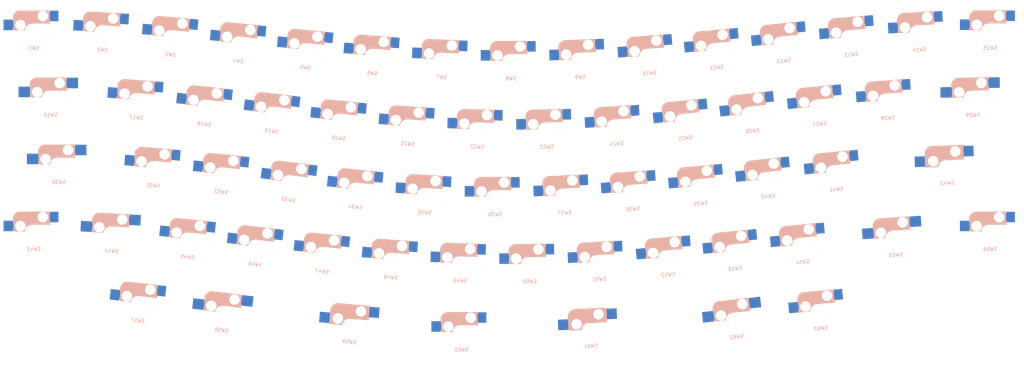
<source format=kicad_pcb>
(kicad_pcb (version 20241229) (generator "pcbnew") (generator_version "9.0")
  (layers (0 "F.Cu" signal) (2 "B.Cu" signal) (13 "F.Paste" user) (15 "B.Paste" user) (5 "F.SilkS" user "F.Silkscreen") (7 "B.SilkS" user "B.Silkscreen") (1 "F.Mask" user) (3 "B.Mask" user) (25 "Edge.Cuts" user))
  (net 0 "")
  (footprint "kbd_SW:CherryMX_Hotswap_1u_Small3" (layer "F.Cu") (at 115.898433 36.755668 -3.745861636)
    (property "Reference" "SW21" (at 0 4 356.2541384) (layer "B.SilkS") (effects (justify mirror)))
    (property "Value" "KEY_SWITCH" (hide yes))
    (pad "" np_thru_hole circle (at -5.08 0.000001 356.2541384) (size 2 2) (drill 2) (layers "*.Cu" "*.Mask" "F.SilkS"))
    (pad "" np_thru_hole circle (at -3.81 -2.54 176.2541384) (size 3 3) (drill 3) (layers "*.Cu" "*.Mask"))
    (pad "" np_thru_hole circle (at 0 0 86.25413836) (size 4 4) (drill 4) (layers "*.Cu" "*.Mask" "F.SilkS"))
    (pad "" np_thru_hole circle (at 2.540001 -5.080001 176.2541384) (size 3 3) (drill 3) (layers "*.Cu" "*.Mask"))
    (pad "" np_thru_hole circle (at 5.08 -0.000001 356.2541384) (size 2 2) (drill 2) (layers "*.Cu" "*.Mask" "F.SilkS"))
    (pad "1" smd rect (at -7 -2.58 176.2541384) (size 2.8 3) (drill (offset 0.2 0)) (layers "B.Cu" "B.Mask" "B.Paste"))
    (pad "2" smd rect (at 5.7 -5.12 176.2541384) (size 2.5 3) (drill (offset -0.05 0)) (layers "B.Cu" "B.Mask" "B.Paste"))
  )
  (footprint "kbd_SW:CherryMX_Hotswap_1u_Small3" (layer "F.Cu") (at 217.56558 51.7 6.392233194)
    (property "Reference" "SW40" (at 0 3.999999 6.392233194) (layer "B.SilkS") (effects (justify mirror)))
    (property "Value" "KEY_SWITCH" (hide yes))
    (pad "" np_thru_hole circle (at -5.080002 0 6.392233194) (size 2 2) (drill 2) (layers "*.Cu" "*.Mask" "F.SilkS"))
    (pad "" np_thru_hole circle (at -3.81 -2.539999 186.3922332) (size 3 3) (drill 3) (layers "*.Cu" "*.Mask"))
    (pad "" np_thru_hole circle (at 0 0 96.39223319) (size 4 4) (drill 4) (layers "*.Cu" "*.Mask" "F.SilkS"))
    (pad "" np_thru_hole circle (at 2.539999 -5.079998 186.3922332) (size 3 3) (drill 3) (layers "*.Cu" "*.Mask"))
    (pad "" np_thru_hole circle (at 5.080002 0 6.392233194) (size 2 2) (drill 2) (layers "*.Cu" "*.Mask" "F.SilkS"))
    (pad "1" smd rect (at -7.000004 -2.580001 186.3922332) (size 2.8 3) (drill (offset 0.2 0)) (layers "B.Cu" "B.Mask" "B.Paste"))
    (pad "2" smd rect (at 5.699998 -5.12 186.3922332) (size 2.5 3) (drill (offset -0.05 0)) (layers "B.Cu" "B.Mask" "B.Paste"))
  )
  (footprint "kbd_SW:CherryMX_Hotswap_1u_Small3" (layer "F.Cu") (at 29.216707 10.047608 -3.040490475)
    (property "Reference" "SW2" (at 0 4 356.9595095) (layer "B.SilkS") (effects (justify mirror)))
    (property "Value" "KEY_SWITCH" (hide yes))
    (pad "" np_thru_hole circle (at -5.079999 0.000001 356.9595095) (size 2 2) (drill 2) (layers "*.Cu" "*.Mask" "F.SilkS"))
    (pad "" np_thru_hole circle (at -3.81 -2.54 176.9595095) (size 3 3) (drill 3) (layers "*.Cu" "*.Mask"))
    (pad "" np_thru_hole circle (at 0 0 86.95950953) (size 4 4) (drill 4) (layers "*.Cu" "*.Mask" "F.SilkS"))
    (pad "" np_thru_hole circle (at 2.540001 -5.08 176.9595095) (size 3 3) (drill 3) (layers "*.Cu" "*.Mask"))
    (pad "" np_thru_hole circle (at 5.079999 -0.000001 356.9595095) (size 2 2) (drill 2) (layers "*.Cu" "*.Mask" "F.SilkS"))
    (pad "1" smd rect (at -6.999999 -2.58 176.9595095) (size 2.8 3) (drill (offset 0.2 0)) (layers "B.Cu" "B.Mask" "B.Paste"))
    (pad "2" smd rect (at 5.7 -5.12 176.9595095) (size 2.5 3) (drill (offset -0.05 0)) (layers "B.Cu" "B.Mask" "B.Paste"))
  )
  (footprint "kbd_SW:CherryMX_Hotswap_1u_Small3" (layer "F.Cu") (at 140.431546 56.824333)
    (property "Reference" "SW36" (at 0 4 0) (layer "B.SilkS") (effects (justify mirror)))
    (property "Value" "KEY_SWITCH" (hide yes))
    (pad "" np_thru_hole circle (at -5.08 0.000001) (size 2 2) (drill 2) (layers "*.Cu" "*.Mask" "F.SilkS"))
    (pad "" np_thru_hole circle (at -3.809999 -2.54 180) (size 3 3) (drill 3) (layers "*.Cu" "*.Mask"))
    (pad "" np_thru_hole circle (at 0 0 90) (size 4 4) (drill 4) (layers "*.Cu" "*.Mask" "F.SilkS"))
    (pad "" np_thru_hole circle (at 2.54 -5.080001 180) (size 3 3) (drill 3) (layers "*.Cu" "*.Mask"))
    (pad "" np_thru_hole circle (at 5.08 -0.000001) (size 2 2) (drill 2) (layers "*.Cu" "*.Mask" "F.SilkS"))
    (pad "1" smd rect (at -7 -2.580001 180) (size 2.8 3) (drill (offset 0.2 0)) (layers "B.Cu" "B.Mask" "B.Paste"))
    (pad "2" smd rect (at 5.700001 -5.119999 180) (size 2.5 3) (drill (offset -0.05 0)) (layers "B.Cu" "B.Mask" "B.Paste"))
  )
  (footprint "kbd_SW:CherryMX_Hotswap_1u_Small3" (layer "F.Cu") (at 179.3 55.3 4.027741211)
    (property "Reference" "SW38" (at 0 4 4.027741211) (layer "B.SilkS") (effects (justify mirror)))
    (property "Value" "KEY_SWITCH" (hide yes))
    (pad "" np_thru_hole circle (at -5.08 -0.000001 4.027741211) (size 2 2) (drill 2) (layers "*.Cu" "*.Mask" "F.SilkS"))
    (pad "" np_thru_hole circle (at -3.81 -2.539998 184.0277412) (size 3 3) (drill 3) (layers "*.Cu" "*.Mask"))
    (pad "" np_thru_hole circle (at 0 0 94.02774121) (size 4 4) (drill 4) (layers "*.Cu" "*.Mask" "F.SilkS"))
    (pad "" np_thru_hole circle (at 2.54 -5.080001 184.0277412) (size 3 3) (drill 3) (layers "*.Cu" "*.Mask"))
    (pad "" np_thru_hole circle (at 5.08 0.000001 4.027741211) (size 2 2) (drill 2) (layers "*.Cu" "*.Mask" "F.SilkS"))
    (pad "1" smd rect (at -7 -2.58 184.0277412) (size 2.8 3) (drill (offset 0.2 0)) (layers "B.Cu" "B.Mask" "B.Paste"))
    (pad "2" smd rect (at 5.7 -5.12 184.0277412) (size 2.5 3) (drill (offset -0.05 0)) (layers "B.Cu" "B.Mask" "B.Paste"))
  )
  (footprint "kbd_SW:CherryMX_Hotswap_1.75u" (layer "F.Cu") (at 253.921073 68.325816 3.850570671)
    (property "Reference" "SW55" (at 0 4 3.850570671) (layer "B.SilkS") (effects (justify mirror)))
    (property "Value" "SW_PUSH" (hide yes))
    (pad "" np_thru_hole circle (at -5.08 0 3.850570671) (size 2 2) (drill 2) (layers "*.Cu" "*.Mask" "F.SilkS"))
    (pad "" np_thru_hole circle (at -3.81 -2.54 183.8505707) (size 3 3) (drill 3) (layers "*.Cu" "*.Mask"))
    (pad "" np_thru_hole circle (at 0 0 93.85057067) (size 4 4) (drill 4) (layers "*.Cu" "*.Mask" "F.SilkS"))
    (pad "" np_thru_hole circle (at 2.54 -5.08 183.8505707) (size 3 3) (drill 3) (layers "*.Cu" "*.Mask"))
    (pad "" np_thru_hole circle (at 5.08 0 3.850570671) (size 2 2) (drill 2) (layers "*.Cu" "*.Mask" "F.SilkS"))
    (pad "1" smd rect (at -7 -2.58 183.8505707) (size 3.3 3) (drill (offset 0.45 0)) (layers "B.Cu" "B.Mask" "B.Paste"))
    (pad "2" smd rect (at 5.7 -5.12 183.8505707) (size 3.3 3) (drill (offset -0.45 0)) (layers "B.Cu" "B.Mask" "B.Paste"))
  )
  (footprint "kbd_SW:CherryMX_Hotswap_1.5u" (layer "F.Cu") (at 276 28.575 1)
    (property "Reference" "SW29" (at 0 4 1) (layer "B.SilkS") (effects (justify mirror)))
    (property "Value" "KEY_SWITCH" (hide yes))
    (pad "" np_thru_hole circle (at -5.08 0 1) (size 2 2) (drill 2) (layers "*.Cu" "*.Mask" "F.SilkS"))
    (pad "" np_thru_hole circle (at -3.81 -2.54 181) (size 3 3) (drill 3) (layers "*.Cu" "*.Mask"))
    (pad "" np_thru_hole circle (at 0 0 91) (size 4 4) (drill 4) (layers "*.Cu" "*.Mask" "F.SilkS"))
    (pad "" np_thru_hole circle (at 2.54 -5.08 181) (size 3 3) (drill 3) (layers "*.Cu" "*.Mask"))
    (pad "" np_thru_hole circle (at 5.08 0 1) (size 2 2) (drill 2) (layers "*.Cu" "*.Mask" "F.SilkS"))
    (pad "1" smd rect (at -7 -2.58 181) (size 3.3 3) (drill (offset 0.45 0)) (layers "B.Cu" "B.Mask" "B.Paste"))
    (pad "2" smd rect (at 5.7 -5.12 181) (size 3.3 3) (drill (offset -0.45 0)) (layers "B.Cu" "B.Mask" "B.Paste"))
  )
  (footprint "kbd_SW:CherryMX_Hotswap_1u_Small3" (layer "F.Cu") (at 9.525 9.525 -9.667128129e-16)
    (property "Reference" "SW1" (at 0 4 4.815246454e-17) (layer "B.SilkS") (effects (justify mirror)))
    (property "Value" "KEY_SWITCH" (hide yes))
    (pad "" np_thru_hole circle (at -5.08 0 4.815246454e-17) (size 2 2) (drill 2) (layers "*.Cu" "*.Mask" "F.SilkS"))
    (pad "" np_thru_hole circle (at -3.81 -2.54 180) (size 3 3) (drill 3) (layers "*.Cu" "*.Mask"))
    (pad "" np_thru_hole circle (at 0 0 90) (size 4 4) (drill 4) (layers "*.Cu" "*.Mask" "F.SilkS"))
    (pad "" np_thru_hole circle (at 2.54 -5.08 180) (size 3 3) (drill 3) (layers "*.Cu" "*.Mask"))
    (pad "" np_thru_hole circle (at 5.08 0 4.815246454e-17) (size 2 2) (drill 2) (layers "*.Cu" "*.Mask" "F.SilkS"))
    (pad "1" smd rect (at -7 -2.58 180) (size 2.8 3) (drill (offset 0.2 0)) (layers "B.Cu" "B.Mask" "B.Paste"))
    (pad "2" smd rect (at 5.7 -5.12 180) (size 2.5 3) (drill (offset -0.05 0)) (layers "B.Cu" "B.Mask" "B.Paste"))
  )
  (footprint "kbd_SW:CherryMX_Hotswap_1u_Small3" (layer "F.Cu") (at 125.404146 17.787133 -2.271909086)
    (property "Reference" "SW7" (at 0 3.999999 357.7280909) (layer "B.SilkS") (effects (justify mirror)))
    (property "Value" "KEY_SWITCH" (hide yes))
    (pad "" np_thru_hole circle (at -5.08 -0.000001 357.7280909) (size 2 2) (drill 2) (layers "*.Cu" "*.Mask" "F.SilkS"))
    (pad "" np_thru_hole circle (at -3.81 -2.54 177.7280909) (size 3 3) (drill 3) (layers "*.Cu" "*.Mask"))
    (pad "" np_thru_hole circle (at 0 0 87.72809091) (size 4 4) (drill 4) (layers "*.Cu" "*.Mask" "F.SilkS"))
    (pad "" np_thru_hole circle (at 2.54 -5.08 177.7280909) (size 3 3) (drill 3) (layers "*.Cu" "*.Mask"))
    (pad "" np_thru_hole circle (at 5.08 0.000001 357.7280909) (size 2 2) (drill 2) (layers "*.Cu" "*.Mask" "F.SilkS"))
    (pad "1" smd rect (at -6.999999 -2.580001 177.7280909) (size 2.8 3) (drill (offset 0.2 0)) (layers "B.Cu" "B.Mask" "B.Paste"))
    (pad "2" smd rect (at 5.7 -5.12 177.7280909) (size 2.5 3) (drill (offset -0.05 0)) (layers "B.Cu" "B.Mask" "B.Paste"))
  )
  (footprint "kbd_SW:CherryMX_Hotswap_1u_Small3" (layer "F.Cu") (at 72.738305 70.985389 -6.479724826)
    (property "Reference" "SW46" (at 0.000001 4.000003 353.5202752) (layer "B.SilkS") (effects (justify mirror)))
    (property "Value" "KEY_SWITCH" (hide yes))
    (pad "" np_thru_hole circle (at -5.08 0 353.5202752) (size 2 2) (drill 2) (layers "*.Cu" "*.Mask" "F.SilkS"))
    (pad "" np_thru_hole circle (at -3.81 -2.54 173.5202752) (size 3 3) (drill 3) (layers "*.Cu" "*.Mask"))
    (pad "" np_thru_hole circle (at 0 0 83.52027517) (size 4 4) (drill 4) (layers "*.Cu" "*.Mask" "F.SilkS"))
    (pad "" np_thru_hole circle (at 2.540003 -5.080004 173.5202752) (size 3 3) (drill 3) (layers "*.Cu" "*.Mask"))
    (pad "" np_thru_hole circle (at 5.08 0 353.5202752) (size 2 2) (drill 2) (layers "*.Cu" "*.Mask" "F.SilkS"))
    (pad "1" smd rect (at -6.999999 -2.58 173.5202752) (size 2.8 3) (drill (offset 0.2 0)) (layers "B.Cu" "B.Mask" "B.Paste"))
    (pad "2" smd rect (at 5.7 -5.120001 173.5202752) (size 2.5 3) (drill (offset -0.05 0)) (layers "B.Cu" "B.Mask" "B.Paste"))
  )
  (footprint "kbd_SW:CherryMX_Hotswap_1u_Small3" (layer "F.Cu") (at 53.569037 68.89306 -5.978647251)
    (property "Reference" "SW45" (at 0 4 354.0213527) (layer "B.SilkS") (effects (justify mirror)))
    (property "Value" "KEY_SWITCH" (hide yes))
    (pad "" np_thru_hole circle (at -5.080001 -0.000001 354.0213527) (size 2 2) (drill 2) (layers "*.Cu" "*.Mask" "F.SilkS"))
    (pad "" np_thru_hole circle (at -3.810001 -2.539999 174.0213527) (size 3 3) (drill 3) (layers "*.Cu" "*.Mask"))
    (pad "" np_thru_hole circle (at 0 0 84.02135275) (size 4 4) (drill 4) (layers "*.Cu" "*.Mask" "F.SilkS"))
    (pad "" np_thru_hole circle (at 2.54 -5.08 174.0213527) (size 3 3) (drill 3) (layers "*.Cu" "*.Mask"))
    (pad "" np_thru_hole circle (at 5.080001 0.000001 354.0213527) (size 2 2) (drill 2) (layers "*.Cu" "*.Mask" "F.SilkS"))
    (pad "1" smd rect (at -7 -2.579999 174.0213527) (size 2.8 3) (drill (offset 0.2 0)) (layers "B.Cu" "B.Mask" "B.Paste"))
    (pad "2" smd rect (at 5.699999 -5.12 174.0213527) (size 2.5 3) (drill (offset -0.05 0)) (layers "B.Cu" "B.Mask" "B.Paste"))
  )
  (footprint "kbd_SW:CherryMX_Hotswap_1u_Small3" (layer "F.Cu") (at 150.2626 75.87567 0.6580273181)
    (property "Reference" "SW50" (at 0 4 0.6580273181) (layer "B.SilkS") (effects (justify mirror)))
    (property "Value" "KEY_SWITCH" (hide yes))
    (pad "" np_thru_hole circle (at -5.080001 0.000002 0.6580273181) (size 2 2) (drill 2) (layers "*.Cu" "*.Mask" "F.SilkS"))
    (pad "" np_thru_hole circle (at -3.810001 -2.54 180.6580273) (size 3 3) (drill 3) (layers "*.Cu" "*.Mask"))
    (pad "" np_thru_hole circle (at 0 0 90.65802732) (size 4 4) (drill 4) (layers "*.Cu" "*.Mask" "F.SilkS"))
    (pad "" np_thru_hole circle (at 2.539999 -5.08 180.6580273) (size 3 3) (drill 3) (layers "*.Cu" "*.Mask"))
    (pad "" np_thru_hole circle (at 5.080001 -0.000002 0.6580273181) (size 2 2) (drill 2) (layers "*.Cu" "*.Mask" "F.SilkS"))
    (pad "1" smd rect (at -7 -2.580001 180.6580273) (size 2.8 3) (drill (offset 0.2 0)) (layers "B.Cu" "B.Mask" "B.Paste"))
    (pad "2" smd rect (at 5.700001 -5.12 180.6580273) (size 2.5 3) (drill (offset -0.05 0)) (layers "B.Cu" "B.Mask" "B.Paste"))
  )
  (footprint "kbd_SW:CherryMX_Hotswap_1u_Small3" (layer "F.Cu") (at 189.280856 73.96031 4.734030549)
    (property "Reference" "SW52" (at 0 4 4.734030549) (layer "B.SilkS") (effects (justify mirror)))
    (property "Value" "KEY_SWITCH" (hide yes))
    (pad "" np_thru_hole circle (at -5.079999 -0.000001 4.734030549) (size 2 2) (drill 2) (layers "*.Cu" "*.Mask" "F.SilkS"))
    (pad "" np_thru_hole circle (at -3.809999 -2.540002 184.7340305) (size 3 3) (drill 3) (layers "*.Cu" "*.Mask"))
    (pad "" np_thru_hole circle (at 0 0 94.73403055) (size 4 4) (drill 4) (layers "*.Cu" "*.Mask" "F.SilkS"))
    (pad "" np_thru_hole circle (at 2.540001 -5.079999 184.7340305) (size 3 3) (drill 3) (layers "*.Cu" "*.Mask"))
    (pad "" np_thru_hole circle (at 5.079999 0.000001 4.734030549) (size 2 2) (drill 2) (layers "*.Cu" "*.Mask" "F.SilkS"))
    (pad "1" smd rect (at -7 -2.580001 184.7340305) (size 2.8 3) (drill (offset 0.2 0)) (layers "B.Cu" "B.Mask" "B.Paste"))
    (pad "2" smd rect (at 5.700001 -5.12 184.7340305) (size 2.5 3) (drill (offset -0.05 0)) (layers "B.Cu" "B.Mask" "B.Paste"))
  )
  (footprint "kbd_SW:CherryMX_Hotswap_1u_Small3" (layer "F.Cu") (at 198.476078 53.7 5.452763609)
    (property "Reference" "SW39" (at 0.000002 4.000001 5.452763609) (layer "B.SilkS") (effects (justify mirror)))
    (property "Value" "KEY_SWITCH" (hide yes))
    (pad "" np_thru_hole circle (at -5.080001 0.000001 5.452763609) (size 2 2) (drill 2) (layers "*.Cu" "*.Mask" "F.SilkS"))
    (pad "" np_thru_hole circle (at -3.810001 -2.539999 185.4527636) (size 3 3) (drill 3) (layers "*.Cu" "*.Mask"))
    (pad "" np_thru_hole circle (at 0 0 95.45276361) (size 4 4) (drill 4) (layers "*.Cu" "*.Mask" "F.SilkS"))
    (pad "" np_thru_hole circle (at 2.54 -5.079999 185.4527636) (size 3 3) (drill 3) (layers "*.Cu" "*.Mask"))
    (pad "" np_thru_hole circle (at 5.080001 -0.000001 5.452763609) (size 2 2) (drill 2) (layers "*.Cu" "*.Mask" "F.SilkS"))
    (pad "1" smd rect (at -7.000001 -2.58 185.4527636) (size 2.8 3) (drill (offset 0.2 0)) (layers "B.Cu" "B.Mask" "B.Paste"))
    (pad "2" smd rect (at 5.7 -5.120001 185.4527636) (size 2.5 3) (drill (offset -0.05 0)) (layers "B.Cu" "B.Mask" "B.Paste"))
  )
  (footprint "kbd_SW:CherryMX_Hotswap_1u_Small3" (layer "F.Cu") (at 232.234068 31.1 5.62599973)
    (property "Reference" "SW27" (at 0 4.000001 5.62599973) (layer "B.SilkS") (effects (justify mirror)))
    (property "Value" "KEY_SWITCH" (hide yes))
    (pad "" np_thru_hole circle (at -5.079999 0.000001 5.62599973) (size 2 2) (drill 2) (layers "*.Cu" "*.Mask" "F.SilkS"))
    (pad "" np_thru_hole circle (at -3.81 -2.540001 185.6259997) (size 3 3) (drill 3) (layers "*.Cu" "*.Mask"))
    (pad "" np_thru_hole circle (at 0 0 95.62599973) (size 4 4) (drill 4) (layers "*.Cu" "*.Mask" "F.SilkS"))
    (pad "" np_thru_hole circle (at 2.54 -5.08 185.6259997) (size 3 3) (drill 3) (layers "*.Cu" "*.Mask"))
    (pad "" np_thru_hole circle (at 5.079999 -0.000001 5.62599973) (size 2 2) (drill 2) (layers "*.Cu" "*.Mask" "F.SilkS"))
    (pad "1" smd rect (at -6.999999 -2.579999 185.6259997) (size 2.8 3) (drill (offset 0.2 0)) (layers "B.Cu" "B.Mask" "B.Paste"))
    (pad "2" smd rect (at 5.7 -5.12 185.6259997) (size 2.5 3) (drill (offset -0.05 0)) (layers "B.Cu" "B.Mask" "B.Paste"))
  )
  (footprint "kbd_SW:CherryMX_Hotswap_1u_Small3" (layer "F.Cu") (at 202.964261 15.054574 5.473110453)
    (property "Reference" "SW11" (at 0 4.000001 5.473110453) (layer "B.SilkS") (effects (justify mirror)))
    (property "Value" "KEY_SWITCH" (hide yes))
    (pad "" np_thru_hole circle (at -5.08 0.000001 5.473110453) (size 2 2) (drill 2) (layers "*.Cu" "*.Mask" "F.SilkS"))
    (pad "" np_thru_hole circle (at -3.81 -2.539999 185.4731105) (size 3 3) (drill 3) (layers "*.Cu" "*.Mask"))
    (pad "" np_thru_hole circle (at 0 0 95.47311045) (size 4 4) (drill 4) (layers "*.Cu" "*.Mask" "F.SilkS"))
    (pad "" np_thru_hole circle (at 2.54 -5.079999 185.4731105) (size 3 3) (drill 3) (layers "*.Cu" "*.Mask"))
    (pad "" np_thru_hole circle (at 5.08 -0.000001 5.473110453) (size 2 2) (drill 2) (layers "*.Cu" "*.Mask" "F.SilkS"))
    (pad "1" smd rect (at -7 -2.580001 185.4731105) (size 2.8 3) (drill (offset 0.2 0)) (layers "B.Cu" "B.Mask" "B.Paste"))
    (pad "2" smd rect (at 5.699999 -5.120001 185.4731105) (size 2.5 3) (drill (offset -0.05 0)) (layers "B.Cu" "B.Mask" "B.Paste"))
  )
  (footprint "kbd_SW:CherryMX_Hotswap_1u_Small3" (layer "F.Cu") (at 160.054383 56.37834 2.604015767)
    (property "Reference" "SW37" (at 0.000001 4 2.604015767) (layer "B.SilkS") (effects (justify mirror)))
    (property "Value" "KEY_SWITCH" (hide yes))
    (pad "" np_thru_hole circle (at -5.079999 0 2.604015767) (size 2 2) (drill 2) (layers "*.Cu" "*.Mask" "F.SilkS"))
    (pad "" np_thru_hole circle (at -3.809999 -2.54 182.6040158) (size 3 3) (drill 3) (layers "*.Cu" "*.Mask"))
    (pad "" np_thru_hole circle (at 0 0 92.60401577) (size 4 4) (drill 4) (layers "*.Cu" "*.Mask" "F.SilkS"))
    (pad "" np_thru_hole circle (at 2.54 -5.08 182.6040158) (size 3 3) (drill 3) (layers "*.Cu" "*.Mask"))
    (pad "" np_thru_hole circle (at 5.079999 0 2.604015767) (size 2 2) (drill 2) (layers "*.Cu" "*.Mask" "F.SilkS"))
    (pad "1" smd rect (at -7 -2.58 182.6040158) (size 2.8 3) (drill (offset 0.2 0)) (layers "B.Cu" "B.Mask" "B.Paste"))
    (pad "2" smd rect (at 5.700001 -5.119999 182.6040158) (size 2.5 3) (drill (offset -0.05 0)) (layers "B.Cu" "B.Mask" "B.Paste"))
  )
  (footprint "kbd_SW:CherryMX_Hotswap_1u_Small3" (layer "F.Cu") (at 9.525 66.675)
    (property "Reference" "SW43" (at 0 4 0) (layer "B.SilkS") (effects (justify mirror)))
    (property "Value" "KEY_SWITCH" (hide yes))
    (pad "" np_thru_hole circle (at -5.08 0) (size 2 2) (drill 2) (layers "*.Cu" "*.Mask" "F.SilkS"))
    (pad "" np_thru_hole circle (at -3.81 -2.54 180) (size 3 3) (drill 3) (layers "*.Cu" "*.Mask"))
    (pad "" np_thru_hole circle (at 0 0 90) (size 4 4) (drill 4) (layers "*.Cu" "*.Mask" "F.SilkS"))
    (pad "" np_thru_hole circle (at 2.54 -5.08 180) (size 3 3) (drill 3) (layers "*.Cu" "*.Mask"))
    (pad "" np_thru_hole circle (at 5.08 0) (size 2 2) (drill 2) (layers "*.Cu" "*.Mask" "F.SilkS"))
    (pad "1" smd rect (at -7 -2.58 180) (size 2.8 3) (drill (offset 0.2 0)) (layers "B.Cu" "B.Mask" "B.Paste"))
    (pad "2" smd rect (at 5.7 -5.12 180) (size 2.5 3) (drill (offset -0.05 0)) (layers "B.Cu" "B.Mask" "B.Paste"))
  )
  (footprint "kbd_SW:CherryMX_Hotswap_1u_Small3" (layer "F.Cu") (at 58.361098 31.2 -6.103898892)
    (property "Reference" "SW18" (at 0 4 353.8961011) (layer "B.SilkS") (effects (justify mirror)))
    (property "Value" "KEY_SWITCH" (hide yes))
    (pad "" np_thru_hole circle (at -5.08 0 353.8961011) (size 2 2) (drill 2) (layers "*.Cu" "*.Mask" "F.SilkS"))
    (pad "" np_thru_hole circle (at -3.810001 -2.54 173.8961011) (size 3 3) (drill 3) (layers "*.Cu" "*.Mask"))
    (pad "" np_thru_hole circle (at 0 0 83.89610111) (size 4 4) (drill 4) (layers "*.Cu" "*.Mask" "F.SilkS"))
    (pad "" np_thru_hole circle (at 2.54 -5.08 173.8961011) (size 3 3) (drill 3) (layers "*.Cu" "*.Mask"))
    (pad "" np_thru_hole circle (at 5.08 0 353.8961011) (size 2 2) (drill 2) (layers "*.Cu" "*.Mask" "F.SilkS"))
    (pad "1" smd rect (at -7 -2.580001 173.8961011) (size 2.8 3) (drill (offset 0.2 0)) (layers "B.Cu" "B.Mask" "B.Paste"))
    (pad "2" smd rect (at 5.700001 -5.12 173.8961011) (size 2.5 3) (drill (offset -0.05 0)) (layers "B.Cu" "B.Mask" "B.Paste"))
  )
  (footprint "kbd_SW:CherryMX_Hotswap_1u_Small3" (layer "F.Cu") (at 251.701873 29.4 4.033919382)
    (property "Reference" "SW28" (at -0.000001 4 4.033919382) (layer "B.SilkS") (effects (justify mirror)))
    (property "Value" "KEY_SWITCH" (hide yes))
    (pad "" np_thru_hole circle (at -5.08 0 4.033919382) (size 2 2) (drill 2) (layers "*.Cu" "*.Mask" "F.SilkS"))
    (pad "" np_thru_hole circle (at -3.810001 -2.539999 184.0339194) (size 3 3) (drill 3) (layers "*.Cu" "*.Mask"))
    (pad "" np_thru_hole circle (at 0 0 94.03391938) (size 4 4) (drill 4) (layers "*.Cu" "*.Mask" "F.SilkS"))
    (pad "" np_thru_hole circle (at 2.54 -5.080001 184.0339194) (size 3 3) (drill 3) (layers "*.Cu" "*.Mask"))
    (pad "" np_thru_hole circle (at 5.08 0 4.033919382) (size 2 2) (drill 2) (layers "*.Cu" "*.Mask" "F.SilkS"))
    (pad "1" smd rect (at -7 -2.58 184.0339194) (size 2.8 3) (drill (offset 0.2 0)) (layers "B.Cu" "B.Mask" "B.Paste"))
    (pad "2" smd rect (at 5.699999 -5.120001 184.0339194) (size 2.5 3) (drill (offset -0.05 0)) (layers "B.Cu" "B.Mask" "B.Paste"))
  )
  (footprint "kbd_SW:CherryMX_Hotswap_1u_Small3" (layer "F.Cu") (at 174.698238 36.733499 3.787579683)
    (property "Reference" "SW24" (at 0 4 3.787579683) (layer "B.SilkS") (effects (justify mirror)))
    (property "Value" "KEY_SWITCH" (hide yes))
    (pad "" np_thru_hole circle (at -5.080001 -0.000001 3.787579683) (size 2 2) (drill 2) (layers "*.Cu" "*.Mask" "F.SilkS"))
    (pad "" np_thru_hole circle (at -3.809999 -2.539999 183.7875797) (size 3 3) (drill 3) (layers "*.Cu" "*.Mask"))
    (pad "" np_thru_hole circle (at 0 0 93.78757968) (size 4 4) (drill 4) (layers "*.Cu" "*.Mask" "F.SilkS"))
    (pad "" np_thru_hole circle (at 2.539999 -5.079999 183.7875797) (size 3 3) (drill 3) (layers "*.Cu" "*.Mask"))
    (pad "" np_thru_hole circle (at 5.080001 0.000001 3.787579683) (size 2 2) (drill 2) (layers "*.Cu" "*.Mask" "F.SilkS"))
    (pad "1" smd rect (at -7 -2.58 183.7875797) (size 2.8 3) (drill (offset 0.2 0)) (layers "B.Cu" "B.Mask" "B.Paste"))
    (pad "2" smd rect (at 5.7 -5.12 183.7875797) (size 2.5 3) (drill (offset -0.05 0)) (layers "B.Cu" "B.Mask" "B.Paste"))
  )
  (footprint "kbd_SW:CherryMX_Hotswap_1u_Small3" (layer "F.Cu") (at 213.079942 33.101898 6.560629856)
    (property "Reference" "SW26" (at 0 4 6.560629856) (layer "B.SilkS") (effects (justify mirror)))
    (property "Value" "KEY_SWITCH" (hide yes))
    (pad "" np_thru_hole circle (at -5.079999 0 6.560629856) (size 2 2) (drill 2) (layers "*.Cu" "*.Mask" "F.SilkS"))
    (pad "" np_thru_hole circle (at -3.81 -2.54 186.5606299) (size 3 3) (drill 3) (layers "*.Cu" "*.Mask"))
    (pad "" np_thru_hole circle (at 0 0 96.56062986) (size 4 4) (drill 4) (layers "*.Cu" "*.Mask" "F.SilkS"))
    (pad "" np_thru_hole circle (at 2.54 -5.08 186.5606299) (size 3 3) (drill 3) (layers "*.Cu" "*.Mask"))
    (pad "" np_thru_hole circle (at 5.079999 0 6.560629856) (size 2 2) (drill 2) (layers "*.Cu" "*.Mask" "F.SilkS"))
    (pad "1" smd rect (at -7 -2.58 186.5606299) (size 2.8 3) (drill (offset 0.2 0)) (layers "B.Cu" "B.Mask" "B.Paste"))
    (pad "2" smd rect (at 5.7 -5.119999 186.5606299) (size 2.5 3) (drill (offset -0.05 0)) (layers "B.Cu" "B.Mask" "B.Paste"))
  )
  (footprint "kbd_SW:CherryMX_Hotswap_1u_Small3" (layer "F.Cu") (at 144.974189 18.175183)
    (property "Reference" "SW8" (at 0 4 0) (layer "B.SilkS") (effects (justify mirror)))
    (property "Value" "KEY_SWITCH" (hide yes))
    (pad "" np_thru_hole circle (at -5.08 0) (size 2 2) (drill 2) (layers "*.Cu" "*.Mask" "F.SilkS"))
    (pad "" np_thru_hole circle (at -3.81 -2.54 180) (size 3 3) (drill 3) (layers "*.Cu" "*.Mask"))
    (pad "" np_thru_hole circle (at 0 0 90) (size 4 4) (drill 4) (layers "*.Cu" "*.Mask" "F.SilkS"))
    (pad "" np_thru_hole circle (at 2.54 -5.08 180) (size 3 3) (drill 3) (layers "*.Cu" "*.Mask"))
    (pad "" np_thru_hole circle (at 5.08 0) (size 2 2) (drill 2) (layers "*.Cu" "*.Mask" "F.SilkS"))
    (pad "1" smd rect (at -7 -2.58 180) (size 2.8 3) (drill (offset 0.2 0)) (layers "B.Cu" "B.Mask" "B.Paste"))
    (pad "2" smd rect (at 5.7 -5.12 180) (size 2.5 3) (drill (offset -0.05 0)) (layers "B.Cu" "B.Mask" "B.Paste"))
  )
  (footprint "kbd_SW:CherryMX_Hotswap_1u_Small3" (layer "F.Cu") (at 63.1 50.4 -5.752069422)
    (property "Reference" "SW32" (at -0.000001 4.000001 174.2479306) (layer "B.SilkS") (effects (justify mirror)))
    (property "Value" "KEY_SWITCH" (hide yes))
    (pad "" np_thru_hole circle (at -5.079999 0 354.2479306) (size 2 2) (drill 2) (layers "*.Cu" "*.Mask" "F.SilkS"))
    (pad "" np_thru_hole circle (at -3.81 -2.54 174.2479306) (size 3 3) (drill 3) (layers "*.Cu" "*.Mask"))
    (pad "" np_thru_hole circle (at 0 0 84.24793058) (size 4 4) (drill 4) (layers "*.Cu" "*.Mask" "F.SilkS"))
    (pad "" np_thru_hole circle (at 2.539999 -5.080002 174.2479306) (size 3 3) (drill 3) (layers "*.Cu" "*.Mask"))
    (pad "" np_thru_hole circle (at 5.079999 0 354.2479306) (size 2 2) (drill 2) (layers "*.Cu" "*.Mask" "F.SilkS"))
    (pad "1" smd rect (at -7.000001 -2.580001 174.2479306) (size 2.8 3) (drill (offset 0.2 0)) (layers "B.Cu" "B.Mask" "B.Paste"))
    (pad "2" smd rect (at 5.700001 -5.12 174.2479306) (size 2.5 3) (drill (offset -0.05 0)) (layers "B.Cu" "B.Mask" "B.Paste"))
  )
  (footprint "kbd_SW:CherryMX_Hotswap_1u_Small3" (layer "F.Cu") (at 260.738475 9.995753 3.049008784)
    (property "Reference" "SW14" (at 0 3.999999 183.0490088) (layer "B.SilkS") (effects (justify mirror)))
    (property "Value" "KEY_SWITCH" (hide yes))
    (pad "" np_thru_hole circle (at -5.079999 0 3.049008784) (size 2 2) (drill 2) (layers "*.Cu" "*.Mask" "F.SilkS"))
    (pad "" np_thru_hole circle (at -3.809999 -2.54 183.0490088) (size 3 3) (drill 3) (layers "*.Cu" "*.Mask"))
    (pad "" np_thru_hole circle (at 0 0 93.04900878) (size 4 4) (drill 4) (layers "*.Cu" "*.Mask" "F.SilkS"))
    (pad "" np_thru_hole circle (at 2.54 -5.08 183.0490088) (size 3 3) (drill 3) (layers "*.Cu" "*.Mask"))
    (pad "" np_thru_hole circle (at 5.079999 0 3.049008784) (size 2 2) (drill 2) (layers "*.Cu" "*.Mask" "F.SilkS"))
    (pad "1" smd rect (at -7 -2.58 183.0490088) (size 2.8 3) (drill (offset 0.2 0)) (layers "B.Cu" "B.Mask" "B.Paste"))
    (pad "2" smd rect (at 5.7 -5.12 183.0490088) (size 2.5 3) (drill (offset -0.05 0)) (layers "B.Cu" "B.Mask" "B.Paste"))
  )
  (footprint "kbd_SW:CherryMX_Hotswap_1u_Small3" (layer "F.Cu") (at 38.9 29.3 -4.022098309)
    (property "Reference" "SW17" (at 0 4 355.9779017) (layer "B.SilkS") (effects (justify mirror)))
    (property "Value" "KEY_SWITCH" (hide yes))
    (pad "" np_thru_hole circle (at -5.08 0 355.9779017) (size 2 2) (drill 2) (layers "*.Cu" "*.Mask" "F.SilkS"))
    (pad "" np_thru_hole circle (at -3.81 -2.54 175.9779017) (size 3 3) (drill 3) (layers "*.Cu" "*.Mask"))
    (pad "" np_thru_hole circle (at 0 0 85.97790169) (size 4 4) (drill 4) (layers "*.Cu" "*.Mask" "F.SilkS"))
    (pad "" np_thru_hole circle (at 2.54 -5.08 175.9779017) (size 3 3) (drill 3) (layers "*.Cu" "*.Mask"))
    (pad "" np_thru_hole circle (at 5.08 0 355.9779017) (size 2 2) (drill 2) (layers "*.Cu" "*.Mask" "F.SilkS"))
    (pad "1" smd rect (at -7 -2.58 175.9779017) (size 2.8 3) (drill (offset 0.2 0)) (layers "B.Cu" "B.Mask" "B.Paste"))
    (pad "2" smd rect (at 5.7 -5.12 175.9779017) (size 2.5 3) (drill (offset -0.05 0)) (layers "B.Cu" "B.Mask" "B.Paste"))
  )
  (footprint "kbd_SW:CherryMX_Hotswap_1u_Small3" (layer "F.Cu") (at 39.472083 87.001808 -6.248544123)
    (property "Reference" "SW57" (at 0.000004 4 353.7514559) (layer "B.SilkS") (effects (justify mirror)))
    (property "Value" "KEY_SWITCH" (hide yes))
    (pad "" np_thru_hole circle (at -5.08 0 353.7514559) (size 2 2) (drill 2) (layers "*.Cu" "*.Mask" "F.SilkS"))
    (pad "" np_thru_hole circle (at -3.810002 -2.540002 173.7514559) (size 3 3) (drill 3) (layers "*.Cu" "*.Mask"))
    (pad "" np_thru_hole circle (at 0 0 83.75145588) (size 4 4) (drill 4) (layers "*.Cu" "*.Mask" "F.SilkS"))
    (pad "" np_thru_hole circle (at 2.540004 -5.08 173.7514559) (size 3 3) (drill 3) (layers "*.Cu" "*.Mask"))
    (pad "" np_thru_hole circle (at 5.08 0 353.7514559) (size 2 2) (drill 2) (layers "*.Cu" "*.Mask" "F.SilkS"))
    (pad "1" smd rect (at -7 -2.579997 173.7514559) (size 2.8 3) (drill (offset 0.2 0)) (layers "B.Cu" "B.Mask" "B.Paste"))
    (pad "2" smd rect (at 5.7 -5.120001 173.7514559) (size 2.5 3) (drill (offset -0.05 0)) (layers "B.Cu" "B.Mask" "B.Paste"))
  )
  (footprint "kbd_SW:CherryMX_Hotswap_1u_Small3" (layer "F.Cu") (at 208.244523 72.232286 5.679120064)
    (property "Reference" "SW53" (at -0.000001 4 5.679120064) (layer "B.SilkS") (effects (justify mirror)))
    (property "Value" "KEY_SWITCH" (hide yes))
    (pad "" np_thru_hole circle (at -5.080002 0.000001 5.679120064) (size 2 2) (drill 2) (layers "*.Cu" "*.Mask" "F.SilkS"))
    (pad "" np_thru_hole circle (at -3.81 -2.54 185.6791201) (size 3 3) (drill 3) (layers "*.Cu" "*.Mask"))
    (pad "" np_thru_hole circle (at 0 0 95.67912006) (size 4 4) (drill 4) (layers "*.Cu" "*.Mask" "F.SilkS"))
    (pad "" np_thru_hole circle (at 2.54 -5.08 185.6791201) (size 3 3) (drill 3) (layers "*.Cu" "*.Mask"))
    (pad "" np_thru_hole circle (at 5.080002 -0.000001 5.679120064) (size 2 2) (drill 2) (layers "*.Cu" "*.Mask" "F.SilkS"))
    (pad "1" smd rect (at -7 -2.579997 185.6791201) (size 2.8 3) (drill (offset 0.2 0)) (layers "B.Cu" "B.Mask" "B.Paste"))
    (pad "2" smd rect (at 5.699999 -5.12 185.6791201) (size 2.5 3) (drill (offset -0.05 0)) (layers "B.Cu" "B.Mask" "B.Paste"))
  )
  (footprint "kbd_SW:CherryMX_Hotswap_1u_Small3" (layer "F.Cu") (at 43.7 48.6 -4.564223925)
    (property "Reference" "SW31" (at 0.000001 4.000001 355.4357761) (layer "B.SilkS") (effects (justify mirror)))
    (property "Value" "KEY_SWITCH" (hide yes))
    (pad "" np_thru_hole circle (at -5.08 -0.000001 355.4357761) (size 2 2) (drill 2) (layers "*.Cu" "*.Mask" "F.SilkS"))
    (pad "" np_thru_hole circle (at -3.810001 -2.539999 175.4357761) (size 3 3) (drill 3) (layers "*.Cu" "*.Mask"))
    (pad "" np_thru_hole circle (at 0 0 85.43577608) (size 4 4) (drill 4) (layers "*.Cu" "*.Mask" "F.SilkS"))
    (pad "" np_thru_hole circle (at 2.540001 -5.080001 175.4357761) (size 3 3) (drill 3) (layers "*.Cu" "*.Mask"))
    (pad "" np_thru_hole circle (at 5.08 0.000001 355.4357761) (size 2 2) (drill 2) (layers "*.Cu" "*.Mask" "F.SilkS"))
    (pad "1" smd rect (at -7 -2.579999 175.4357761) (size 2.8 3) (drill (offset 0.2 0)) (layers "B.Cu" "B.Mask" "B.Paste"))
    (pad "2" smd rect (at 5.699999 -5.120001 175.4357761) (size 2.5 3) (drill (offset -0.05 0)) (layers "B.Cu" "B.Mask" "B.Paste"))
  )
  (footprint "kbd_SW:CherryMX_Hotswap_1.75u" (layer "F.Cu") (at 16.66875 47.625)
    (property "Reference" "SW30" (at 0 4 0) (layer "B.SilkS") (effects (justify mirror)))
    (property "Value" "SW_PUSH" (hide yes))
    (pad "" np_thru_hole circle (at -5.08 0) (size 2 2) (drill 2) (layers "*.Cu" "*.Mask" "F.SilkS"))
    (pad "" np_thru_hole circle (at -3.81 -2.54 180) (size 3 3) (drill 3) (layers "*.Cu" "*.Mask"))
    (pad "" np_thru_hole circle (at 0 0 90) (size 4 4) (drill 4) (layers "*.Cu" "*.Mask" "F.SilkS"))
    (pad "" np_thru_hole circle (at 2.54 -5.08 180) (size 3 3) (drill 3) (layers "*.Cu" "*.Mask"))
    (pad "" np_thru_hole circle (at 5.08 0) (size 2 2) (drill 2) (layers "*.Cu" "*.Mask" "F.SilkS"))
    (pad "1" smd rect (at -7 -2.58 180) (size 3.3 3) (drill (offset 0.45 0)) (layers "B.Cu" "B.Mask" "B.Paste"))
    (pad "2" smd rect (at 5.7 -5.12 180) (size 3.3 3) (drill (offset -0.45 0)) (layers "B.Cu" "B.Mask" "B.Paste"))
  )
  (footprint "kbd_SW:CherryMX_Hotswap_1.5u" (layer "F.Cu") (at 63.368579 89.759621 -6.807221954)
    (property "Reference" "SW58" (at 0.000001 4.000001 353.192778) (layer "B.SilkS") (effects (justify mirror)))
    (property "Value" "KEY_SWITCH" (hide yes))
    (pad "" np_thru_hole circle (at -5.079999 -0.000001 353.192778) (size 2 2) (drill 2) (layers "*.Cu" "*.Mask" "F.SilkS"))
    (pad "" np_thru_hole circle (at -3.810001 -2.540004 173.192778) (size 3 3) (drill 3) (layers "*.Cu" "*.Mask"))
    (pad "" np_thru_hole circle (at 0 0 83.19277805) (size 4 4) (drill 4) (layers "*.Cu" "*.Mask" "F.SilkS"))
    (pad "" np_thru_hole circle (at 2.540001 -5.079999 173.192778) (size 3 3) (drill 3) (layers "*.Cu" "*.Mask"))
    (pad "" np_thru_hole circle (at 5.079999 0.000001 353.192778) (size 2 2) (drill 2) (layers "*.Cu" "*.Mask" "F.SilkS"))
    (pad "1" smd rect (at -7.000001 -2.579999 173.192778) (size 3.3 3) (drill (offset 0.45 0)) (layers "B.Cu" "B.Mask" "B.Paste"))
    (pad "2" smd rect (at 5.699999 -5.120001 173.192778) (size 3.3 3) (drill (offset -0.45 0)) (layers "B.Cu" "B.Mask" "B.Paste"))
  )
  (footprint "kbd_SW:CherryMX_Hotswap_1u_Small3" (layer "F.Cu") (at 155.115756 37.610716 1.342234894)
    (property "Reference" "SW23" (at 0 4 1.342234894) (layer "B.SilkS") (effects (justify mirror)))
    (property "Value" "KEY_SWITCH" (hide yes))
    (pad "" np_thru_hole circle (at -5.08 0 1.342234894) (size 2 2) (drill 2) (layers "*.Cu" "*.Mask" "F.SilkS"))
    (pad "" np_thru_hole circle (at -3.81 -2.54 181.3422349) (size 3 3) (drill 3) (layers "*.Cu" "*.Mask"))
    (pad "" np_thru_hole circle (at 0 0 91.34223489) (size 4 4) (drill 4) (layers "*.Cu" "*.Mask" "F.SilkS"))
    (pad "" np_thru_hole circle (at 2.54 -5.079999 181.3422349) (size 3 3) (drill 3) (layers "*.Cu" "*.Mask"))
    (pad "" np_thru_hole circle (at 5.08 0 1.342234894) (size 2 2) (drill 2) (layers "*.Cu" "*.Mask" "F.SilkS"))
    (pad "1" smd rect (at -7 -2.580001 181.3422349) (size 2.8 3) (drill (offset 0.2 0)) (layers "B.Cu" "B.Mask" "B.Paste"))
    (pad "2" smd rect (at 5.7 -5.119999 181.3422349) (size 2.5 3) (drill (offset -0.05 0)) (layers "B.Cu" "B.Mask" "B.Paste"))
  )
  (footprint "kbd_SW:CherryMX_Hotswap_1u_Small3" (layer "F.Cu") (at 82.305227 52.64803 -6.982903867)
    (property "Reference" "SW33" (at -0.000001 4.000001 353.0170961) (layer "B.SilkS") (effects (justify mirror)))
    (property "Value" "KEY_SWITCH" (hide yes))
    (pad "" np_thru_hole circle (at -5.08 -0.000001 353.0170961) (size 2 2) (drill 2) (layers "*.Cu" "*.Mask" "F.SilkS"))
    (pad "" np_thru_hole circle (at -3.81 -2.539997 173.0170961) (size 3 3) (drill 3) (layers "*.Cu" "*.Mask"))
    (pad "" np_thru_hole circle (at 0 0 83.01709613) (size 4 4) (drill 4) (layers "*.Cu" "*.Mask" "F.SilkS"))
    (pad "" np_thru_hole circle (at 2.540002 -5.08 173.0170961) (size 3 3) (drill 3) (layers "*.Cu" "*.Mask"))
    (pad "" np_thru_hole circle (at 5.08 0.000001 353.0170961) (size 2 2) (drill 2) (layers "*.Cu" "*.Mask" "F.SilkS"))
    (pad "1" smd rect (at -7 -2.58 173.0170961) (size 2.8 3) (drill (offset 0.2 0)) (layers "B.Cu" "B.Mask" "B.Paste"))
    (pad "2" smd rect (at 5.699998 -5.120001 173.0170961) (size 2.5 3) (drill (offset -0.05 0)) (layers "B.Cu" "B.Mask" "B.Paste"))
  )
  (footprint "kbd_SW:CherryMX_Hotswap_1u_Small3" (layer "F.Cu") (at 232.584897 89.2 5.218627183)
    (property "Reference" "SW63" (at -0.000004 4.000001 5.218627183) (layer "B.SilkS") (effects (justify mirror)))
    (property "Value" "KEY_SWITCH" (hide yes))
    (pad "" np_thru_hole circle (at -5.08 0.000001 5.218627183) (size 2 2) (drill 2) (layers "*.Cu" "*.Mask" "F.SilkS"))
    (pad "" np_thru_hole circle (at -3.81 -2.539999 185.2186272) (size 3 3) (drill 3) (layers "*.Cu" "*.Mask"))
    (pad "" np_thru_hole circle (at 0 0 95.21862718) (size 4 4) (drill 4) (layers "*.Cu" "*.Mask" "F.SilkS"))
    (pad "" np_thru_hole circle (at 2.540001 -5.08 185.2186272) (size 3 3) (drill 3) (layers "*.Cu" "*.Mask"))
    (pad "" np_thru_hole circle (at 5.08 -0.000001 5.218627183) (size 2 2) (drill 2) (layers "*.Cu" "*.Mask" "F.SilkS"))
    (pad "1" smd rect (at -7 -2.58 185.2186272) (size 2.8 3) (drill (offset 0.2 0)) (layers "B.Cu" "B.Mask" "B.Paste"))
    (pad "2" smd rect (at 5.700001 -5.12 185.2186272) (size 2.5 3) (drill (offset -0.05 0)) (layers "B.Cu" "B.Mask" "B.Paste"))
  )
  (footprint "kbd_SW:CherryMX_Hotswap_1u_Small3" (layer "F.Cu") (at 237 49.7 5.37079498)
    (property "Reference" "SW41" (at 0.000001 4 5.37079498) (layer "B.SilkS") (effects (justify mirror)))
    (property "Value" "KEY_SWITCH" (hide yes))
    (pad "" np_thru_hole circle (at -5.080001 0 5.37079498) (size 2 2) (drill 2) (layers "*.Cu" "*.Mask" "F.SilkS"))
    (pad "" np_thru_hole circle (at -3.81 -2.540001 185.370795) (size 3 3) (drill 3) (layers "*.Cu" "*.Mask"))
    (pad "" np_thru_hole circle (at 0 0 95.37079498) (size 4 4) (drill 4) (layers "*.Cu" "*.Mask" "F.SilkS"))
    (pad "" np_thru_hole circle (at 2.54 -5.08 185.370795) (size 3 3) (drill 3) (layers "*.Cu" "*.Mask"))
    (pad "" np_thru_hole circle (at 5.080001 0 5.37079498) (size 2 2) (drill 2) (layers "*.Cu" "*.Mask" "F.SilkS"))
    (pad "1" smd rect (at -7 -2.58 185.370795) (size 2.8 3) (drill (offset 0.2 0)) (layers "B.Cu" "B.Mask" "B.Paste"))
    (pad "2" smd rect (at 5.7 -5.120001 185.370795) (size 2.5 3) (drill (offset -0.05 0)) (layers "B.Cu" "B.Mask" "B.Paste"))
  )
  (footprint "kbd_SW:CherryMX_Hotswap_1u_Small3" (layer "F.Cu") (at 184.037539 16.663814 4.246632082)
    (property "Reference" "SW10" (at 0.000001 4 4.246632082) (layer "B.SilkS") (effects (justify mirror)))
    (property "Value" "KEY_SWITCH" (hide yes))
    (pad "" np_thru_hole circle (at -5.08 0.000001 4.246632082) (size 2 2) (drill 2) (layers "*.Cu" "*.Mask" "F.SilkS"))
    (pad "" np_thru_hole circle (at -3.809999 -2.54 184.2466321) (size 3 3) (drill 3) (layers "*.Cu" "*.Mask"))
    (pad "" np_thru_hole circle (at 0 0 94.24663208) (size 4 4) (drill 4) (layers "*.Cu" "*.Mask" "F.SilkS"))
    (pad "" np_thru_hole circle (at 2.540001 -5.08 184.2466321) (size 3 3) (drill 3) (layers "*.Cu" "*.Mask"))
    (pad "" np_thru_hole circle (at 5.08 -0.000001 4.246632082) (size 2 2) (drill 2) (layers "*.Cu" "*.Mask" "F.SilkS"))
    (pad "1" smd rect (at -7 -2.58 184.2466321) (size 2.8 3) (drill (offset 0.2 0)) (layers "B.Cu" "B.Mask" "B.Paste"))
    (pad "2" smd rect (at 5.7 -5.120002 184.2466321) (size 2.5 3) (drill (offset -0.05 0)) (layers "B.Cu" "B.Mask" "B.Paste"))
  )
  (footprint "kbd_SW:CherryMX_Hotswap_2.25u_Rev" (layer "F.Cu") (at 268.7 48.1 -178)
    (property "Reference" "SW42" (at 0 -3.81 2) (layer "B.SilkS") (effects (justify mirror)))
    (property "Value" "KEY_SWITCH" (hide yes))
    (pad "" np_thru_hole circle (at -11.9 -7 2) (size 3.05 3.05) (drill 3.05) (layers "*.Cu" "*.Mask"))
    (pad "" np_thru_hole circle (at -11.9 8.240001 2) (size 4 4) (drill 4) (layers "*.Cu" "*.Mask"))
    (pad "" np_thru_hole circle (at -5.08 0 2) (size 1.8 1.8) (drill 1.8) (layers "*.Cu" "*.Mask"))
    (pad "" np_thru_hole circle (at -2.54 5.08 182) (size 3 3) (drill 3) (layers "*.Cu" "*.Mask"))
    (pad "" np_thru_hole circle (at 0 0 92) (size 4 4) (drill 4) (layers "*.Cu" "*.Mask"))
    (pad "" np_thru_hole circle (at 3.81 2.539999 182) (size 3 3) (drill 3) (layers "*.Cu" "*.Mask"))
    (pad "" np_thru_hole circle (at 5.08 0 2) (size 1.8 1.8) (drill 1.8) (layers "*.Cu" "*.Mask"))
    (pad "" np_thru_hole circle (at 11.899999 8.24 2) (size 4 4) (drill 4) (layers "*.Cu" "*.Mask"))
    (pad "" np_thru_hole circle (at 11.900001 -7 2) (size 3.05 3.05) (drill 3.05) (layers "*.Cu" "*.Mask"))
    (pad "1" smd rect (at 6.9 2.540001 182) (size 3.3 3) (drill (offset 0.5 0)) (layers "B.Cu" "B.Mask" "B.Paste"))
    (pad "2" smd rect (at -5.6 5.08 182) (size 3.3 3) (drill (offset -0.5 0)) (layers "B.Cu" "B.Mask" "B.Paste"))
  )
  (footprint "kbd_SW:CherryMX_Hotswap_1u_Small3" (layer "F.Cu") (at 111.113682 74.67933 -4.055999417)
    (property "Reference" "SW48" (at 0 3.999999 355.9440006) (layer "B.SilkS") (effects (justify mirror)))
    (property "Value" "KEY_SWITCH" (hide yes))
    (pad "" np_thru_hole circle (at -5.08 0.000001 355.9440006) (size 2 2) (drill 2) (layers "*.Cu" "*.Mask" "F.SilkS"))
    (pad "" np_thru_hole circle (at -3.809998 -2.539999 175.9440006) (size 3 3) (drill 3) (layers "*.Cu" "*.Mask"))
    (pad "" np_thru_hole circle (at 0 0 85.94400058) (size 4 4) (drill 4) (layers "*.Cu" "*.Mask" "F.SilkS"))
    (pad "" np_thru_hole circle (at 2.54 -5.08 175.9440006) (size 3 3) (drill 3) (layers "*.Cu" "*.Mask"))
    (pad "" np_thru_hole circle (at 5.08 -0.000001 355.9440006) (size 2 2) (drill 2) (layers "*.Cu" "*.Mask" "F.SilkS"))
    (pad "1" smd rect (at -6.999998 -2.579999 175.9440006) (size 2.8 3) (drill (offset 0.2 0)) (layers "B.Cu" "B.Mask" "B.Paste"))
    (pad "2" smd rect (at 5.699999 -5.119998 175.9440006) (size 2.5 3) (drill (offset -0.05 0)) (layers "B.Cu" "B.Mask" "B.Paste"))
  )
  (footprint "kbd_SW:CherryMX_Hotswap_1u_Small3" (layer "F.Cu") (at 120.705495 56.263077 -3.259536689)
    (property "Reference" "SW35" (at 0.000004 3.999998 356.7404633) (layer "B.SilkS") (effects (justify mirror)))
    (property "Value" "KEY_SWITCH" (hide yes))
    (pad "" np_thru_hole circle (at -5.08 0 356.7404633) (size 2 2) (drill 2) (layers "*.Cu" "*.Mask" "F.SilkS"))
    (pad "" np_thru_hole circle (at -3.810001 -2.539999 176.7404633) (size 3 3) (drill 3) (layers "*.Cu" "*.Mask"))
    (pad "" np_thru_hole circle (at 0 0 86.74046331) (size 4 4) (drill 4) (layers "*.Cu" "*.Mask" "F.SilkS"))
    (pad "" np_thru_hole circle (at 2.540002 -5.080001 176.7404633) (size 3 3) (drill 3) (layers "*.Cu" "*.Mask"))
    (pad "" np_thru_hole circle (at 5.08 0 356.7404633) (size 2 2) (drill 2) (layers "*.Cu" "*.Mask" "F.SilkS"))
    (pad "1" smd rect (at -7 -2.580001 176.7404633) (size 2.8 3) (drill (offset 0.2 0)) (layers "B.Cu" "B.Mask" "B.Paste"))
    (pad "2" smd rect (at 5.700001 -5.12 176.7404633) (size 2.5 3) (drill (offset -0.05 0)) (layers "B.Cu" "B.Mask" "B.Paste"))
  )
  (footprint "kbd_SW:CherryMX_Hotswap_1u_Small3" (layer "F.Cu") (at 280.9875 66.675)
    (property "Reference" "SW56" (at 0 4 0) (layer "B.SilkS") (effects (justify mirror)))
    (property "Value" "KEY_SWITCH" (hide yes))
    (pad "" np_thru_hole circle (at -5.08 0) (size 2 2) (drill 2) (layers "*.Cu" "*.Mask" "F.SilkS"))
    (pad "" np_thru_hole circle (at -3.81 -2.54 180) (size 3 3) (drill 3) (layers "*.Cu" "*.Mask"))
    (pad "" np_thru_hole circle (at 0 0 90) (size 4 4) (drill 4) (layers "*.Cu" "*.Mask" "F.SilkS"))
    (pad "" np_thru_hole circle (at 2.54 -5.08 180) (size 3 3) (drill 3) (layers "*.Cu" "*.Mask"))
    (pad "" np_thru_hole circle (at 5.08 0) (size 2 2) (drill 2) (layers "*.Cu" "*.Mask" "F.SilkS"))
    (pad "1" smd rect (at -7 -2.58 180) (size 2.8 3) (drill (offset 0.2 0)) (layers "B.Cu" "B.Mask" "B.Paste"))
    (pad "2" smd rect (at 5.7 -5.12 180) (size 2.5 3) (drill (offset -0.05 0)) (layers "B.Cu" "B.Mask" "B.Paste"))
  )
  (footprint "kbd_SW:CherryMX_Hotswap_1u_Small3" (layer "F.Cu") (at 77.514798 33.148734 -6.529996749)
    (property "Reference" "SW19" (at 0.000001 4 353.4700033) (layer "B.SilkS") (effects (justify mirror)))
    (property "Value" "KEY_SWITCH" (hide yes))
    (pad "" np_thru_hole circle (at -5.08 0 353.4700033) (size 2 2) (drill 2) (layers "*.Cu" "*.Mask" "F.SilkS"))
    (pad "" np_thru_hole circle (at -3.81 -2.539999 173.4700033) (size 3 3) (drill 3) (layers "*.Cu" "*.Mask"))
    (pad "" np_thru_hole circle (at 0 0 83.47000325) (size 4 4) (drill 4) (layers "*.Cu" "*.Mask" "F.SilkS"))
    (pad "" np_thru_hole circle (at 2.54 -5.08 173.4700033) (size 3 3) (drill 3) (layers "*.Cu" "*.Mask"))
    (pad "" np_thru_hole circle (at 5.08 0 353.4700033) (size 2 2) (drill 2) (layers "*.Cu" "*.Mask" "F.SilkS"))
    (pad "1" smd rect (at -7 -2.58 173.4700033) (size 2.8 3) (drill (offset 0.2 0)) (layers "B.Cu" "B.Mask" "B.Paste"))
    (pad "2" smd rect (at 5.699999 -5.119999 173.4700033) (size 2.5 3) (drill (offset -0.05 0)) (layers "B.Cu" "B.Mask" "B.Paste"))
  )
  (footprint "kbd_SW:CherryMX_Hotswap_1u_Small3" (layer "F.Cu") (at 164.550525 17.780263 2.311375848)
    (property "Reference" "SW9" (at 0 4 2.311375848) (layer "B.SilkS") (effects (justify mirror)))
    (property "Value" "KEY_SWITCH" (hide yes))
    (pad "" np_thru_hole circle (at -5.08 0.000001 2.311375848) (size 2 2) (drill 2) (layers "*.Cu" "*.Mask" "F.SilkS"))
    (pad "" np_thru_hole circle (at -3.81 -2.54 182.3113758) (size 3 3) (drill 3) (layers "*.Cu" "*.Mask"))
    (pad "" np_thru_hole circle (at 0 0 92.31137585) (size 4 4) (drill 4) (layers "*.Cu" "*.Mask" "F.SilkS"))
    (pad "" np_thru_hole circle (at 2.54 -5.079999 182.3113758) (size 3 3) (drill 3) (layers "*.Cu" "*.Mask"))
    (pad "" np_thru_hole circle (at 5.08 -0.000001 2.311375848) (size 2 2) (drill 2) (layers "*.Cu" "*.Mask" "F.SilkS"))
    (pad "1" smd rect (at -7 -2.58 182.3113758) (size 2.8 3) (drill (offset 0.2 0)) (layers "B.Cu" "B.Mask" "B.Paste"))
    (pad "2" smd rect (at 5.699999 -5.12 182.3113758) (size 2.5 3) (drill (offset -0.05 0)) (layers "B.Cu" "B.Mask" "B.Paste"))
  )
  (footprint "kbd_SW:CherryMX_Hotswap_1u_Small3" (layer "F.Cu") (at 130.96875 95.25 -0.0004626940355)
    (property "Reference" "SW60" (at 0 4 179.9995373) (layer "B.SilkS") (effects (justify mirror)))
    (property "Value" "KEY_SWITCH" (hide yes))
    (pad "" np_thru_hole circle (at -5.08 0.000001 359.9995373) (size 2 2) (drill 2) (layers "*.Cu" "*.Mask" "F.SilkS"))
    (pad "" np_thru_hole circle (at -3.81 -2.539999 179.9995373) (size 3 3) (drill 3) (layers "*.Cu" "*.Mask"))
    (pad "" np_thru_hole circle (at 0 0 89.99953731) (size 4 4) (drill 4) (layers "*.Cu" "*.Mask" "F.SilkS"))
    (pad "" np_thru_hole circle (at 2.54 -5.08 179.9995373) (size 3 3) (drill 3) (layers "*.Cu" "*.Mask"))
    (pad "" np_thru_hole circle (at 5.08 -0.000001 359.9995373) (size 2 2) (drill 2) (layers "*.Cu" "*.Mask" "F.SilkS"))
    (pad "1" smd rect (at -7 -2.579999 179.9995373) (size 2.8 3) (drill (offset 0.2 0)) (layers "B.Cu" "B.Mask" "B.Paste"))
    (pad "2" smd rect (at 5.700001 -5.12 179.9995373) (size 2.5 3) (drill (offset -0.05 0)) (layers "B.Cu" "B.Mask" "B.Paste"))
  )
  (footprint "kbd_SW:CherryMX_Hotswap_1u_Small3" (layer "F.Cu") (at 86.989058 15.085522 -5.441875479)
    (property "Reference" "SW5" (at 0 4 354.5581245) (layer "B.SilkS") (effects (justify mirror)))
    (property "Value" "KEY_SWITCH" (hide yes))
    (pad "" np_thru_hole circle (at -5.08 0 354.5581245) (size 2 2) (drill 2) (layers "*.Cu" "*.Mask" "F.SilkS"))
    (pad "" np_thru_hole circle (at -3.81 -2.54 174.5581245) (size 3 3) (drill 3) (layers "*.Cu" "*.Mask"))
    (pad "" np_thru_hole circle (at 0 0 84.55812452) (size 4 4) (drill 4) (layers "*.Cu" "*.Mask" "F.SilkS"))
    (pad "" np_thru_hole circle (at 2.54 -5.08 174.5581245) (size 3 3) (drill 3) (layers "*.Cu" "*.Mask"))
    (pad "" np_thru_hole circle (at 5.08 0 354.5581245) (size 2 2) (drill 2) (layers "*.Cu" "*.Mask" "F.SilkS"))
    (pad "1" smd rect (at -7.000003 -2.58 174.5581245) (size 2.8 3) (drill (offset 0.2 0)) (layers "B.Cu" "B.Mask" "B.Paste"))
    (pad "2" smd rect (at 5.700001 -5.12 174.5581245) (size 2.5 3) (drill (offset -0.05 0)) (layers "B.Cu" "B.Mask" "B.Paste"))
  )
  (footprint "kbd_SW:CherryMX_Hotswap_1u_Small3" (layer "F.Cu") (at 241.26656 11.364048 4.990141406)
    (property "Reference" "SW13" (at 0.000001 4 4.990141406) (layer "B.SilkS") (effects (justify mirror)))
    (property "Value" "KEY_SWITCH" (hide yes))
    (pad "" np_thru_hole circle (at -5.080001 0.000001 4.990141406) (size 2 2) (drill 2) (layers "*.Cu" "*.Mask" "F.SilkS"))
    (pad "" np_thru_hole circle (at -3.81 -2.54 184.9901414) (size 3 3) (drill 3) (layers "*.Cu" "*.Mask"))
    (pad "" np_thru_hole circle (at 0 0 94.99014141) (size 4 4) (drill 4) (layers "*.Cu" "*.Mask" "F.SilkS"))
    (pad "" np_thru_hole circle (at 2.54 -5.08 184.9901414) (size 3 3) (drill 3) (layers "*.Cu" "*.Mask"))
    (pad "" np_thru_hole circle (at 5.080001 -0.000001 4.990141406) (size 2 2) (drill 2) (layers "*.Cu" "*.Mask" "F.SilkS"))
    (pad "1" smd rect (at -7 -2.579999 184.9901414) (size 2.8 3) (drill (offset 0.2 0)) (layers "B.Cu" "B.Mask" "B.Paste"))
    (pad "2" smd rect (at 5.7 -5.12 184.9901414) (size 2.5 3) (drill (offset -0.05 0)) (layers "B.Cu" "B.Mask" "B.Paste"))
  )
  (footprint "kbd_SW:CherryMX_Hotswap_2.75u_Rev" (layer "F.Cu") (at 167.473364 94.393231 -177.5712913)
    (property "Reference" "SW61" (at 0.000002 -3.809998 2.428708665) (layer "B.SilkS") (effects (justify mirror)))
    (property "Value" "KEY_SWITCH" (hide yes))
    (pad "" np_thru_hole circle (at -11.900002 8.239999 2.428708665) (size 4 4) (drill 4) (layers "*.Cu" "*.Mask"))
    (pad "" np_thru_hole circle (at -11.9 -7.000002 2.428708665) (size 3.05 3.05) (drill 3.05) (layers "*.Cu" "*.Mask"))
    (pad "" np_thru_hole circle (at -5.080002 -0.000001 2.428708665) (size 1.8 1.8) (drill 1.8) (layers "*.Cu" "*.Mask"))
    (pad "" np_thru_hole circle (at -2.539999 5.080002 182.4287087) (size 3 3) (drill 3) (layers "*.Cu" "*.Mask"))
    (pad "" np_thru_hole circle (at 0 0 92.42870866) (size 4 4) (drill 4) (layers "*.Cu" "*.Mask"))
    (pad "" np_thru_hole circle (at 3.810003 2.54 182.4287087) (size 3 3) (drill 3) (layers "*.Cu" "*.Mask"))
    (pad "" np_thru_hole circle (at 5.080002 0.000001 2.428708665) (size 1.8 1.8) (drill 1.8) (layers "*.Cu" "*.Mask"))
    (pad "" np_thru_hole circle (at 11.9 -7.000002 2.428708665) (size 3.05 3.05) (drill 3.05) (layers "*.Cu" "*.Mask"))
    (pad "" np_thru_hole circle (at 11.900001 8.239999 2.428708665) (size 4 4) (drill 4) (layers "*.Cu" "*.Mask"))
    (pad "1" smd rect (at 6.899999 2.539999 182.4287087) (size 3.3 3) (drill (offset 0.5 0)) (layers "B.Cu" "B.Mask" "B.Paste"))
    (pad "2" smd rect (at -5.599997 5.079996 182.4287087) (size 3.3 3) (drill (offset -0.5 0)) (layers "B.Cu" "B.Mask" "B.Paste"))
  )
  (footprint "kbd_SW:CherryMX_Hotswap_1u_Small3" (layer "F.Cu") (at 194.139576 35.128259 5.65264817)
    (property "Reference" "SW25" (at 0 4.000001 5.65264817) (layer "B.SilkS") (effects (justify mirror)))
    (property "Value" "KEY_SWITCH" (hide yes))
    (pad "" np_thru_hole circle (at -5.079999 -0.000004 5.65264817) (size 2 2) (drill 2) (layers "*.Cu" "*.Mask" "F.SilkS"))
    (pad "" np_thru_hole circle (at -3.810001 -2.539999 185.6526482) (size 3 3) (drill 3) (layers "*.Cu" "*.Mask"))
    (pad "" np_thru_hole circle (at 0 0 95.65264817) (size 4 4) (drill 4) (layers "*.Cu" "*.Mask" "F.SilkS"))
    (pad "" np_thru_hole circle (at 2.540001 -5.08 185.6526482) (size 3 3) (drill 3) (layers "*.Cu" "*.Mask"))
    (pad "" np_thru_hole circle (at 5.079999 0.000004 5.65264817) (size 2 2) (drill 2) (layers "*.Cu" "*.Mask" "F.SilkS"))
    (pad "1" smd rect (at -7 -2.58 185.6526482) (size 2.8 3) (drill (offset 0.2 0)) (layers "B.Cu" "B.Mask" "B.Paste"))
    (pad "2" smd rect (at 5.7 -5.12 185.6526482) (size 2.5 3) (drill (offset -0.05 0)) (layers "B.Cu" "B.Mask" "B.Paste"))
  )
  (footprint "kbd_SW:CherryMX_Hotswap_1u_Small3" (layer "F.Cu") (at 101.169322 54.738561 -5.664595606)
    (property "Reference" "SW34" (at 0.000002 3.999999 354.3354044) (layer "B.SilkS") (effects (justify mirror)))
    (property "Value" "KEY_SWITCH" (hide yes))
    (pad "" np_thru_hole circle (at -5.08 0 354.3354044) (size 2 2) (drill 2) (layers "*.Cu" "*.Mask" "F.SilkS"))
    (pad "" np_thru_hole circle (at -3.81 -2.539999 174.3354044) (size 3 3) (drill 3) (layers "*.Cu" "*.Mask"))
    (pad "" np_thru_hole circle (at 0 0 84.33540439) (size 4 4) (drill 4) (layers "*.Cu" "*.Mask" "F.SilkS"))
    (pad "" np_thru_hole circle (at 2.54 -5.080001 174.3354044) (size 3 3) (drill 3) (layers "*.Cu" "*.Mask"))
    (pad "" np_thru_hole circle (at 5.08 0 354.3354044) (size 2 2) (drill 2) (layers "*.Cu" "*.Mask" "F.SilkS"))
    (pad "1" smd rect (at -7 -2.579999 174.3354044) (size 2.8 3) (drill (offset 0.2 0)) (layers "B.Cu" "B.Mask" "B.Paste"))
    (pad "2" smd rect (at 5.700001 -5.120001 174.3354044) (size 2.5 3) (drill (offset -0.05 0)) (layers "B.Cu" "B.Mask" "B.Paste"))
  )
  (footprint "kbd_SW:CherryMX_Hotswap_1u_Small3" (layer "F.Cu") (at 67.93199 13.217972 -5.752095043)
    (property "Reference" "SW4" (at 0 4.000001 354.247905) (layer "B.SilkS") (effects (justify mirror)))
    (property "Value" "KEY_SWITCH" (hide yes))
    (pad "" np_thru_hole circle (at -5.08 0.000001 354.247905) (size 2 2) (drill 2) (layers "*.Cu" "*.Mask" "F.SilkS"))
    (pad "" np_thru_hole circle (at -3.81 -2.54 174.247905) (size 3 3) (drill 3) (layers "*.Cu" "*.Mask"))
    (pad "" np_thru_hole circle (at 0 0 84.24790496) (size 4 4) (drill 4) (layers "*.Cu" "*.Mask" "F.SilkS"))
    (pad "" np_thru_hole circle (at 2.54 -5.080001 174.247905) (size 3 3) (drill 3) (layers "*.Cu" "*.Mask"))
    (pad "" np_thru_hole circle (at 5.08 -0.000001 354.247905) (size 2 2) (drill 2) (layers "*.Cu" "*.Mask" "F.SilkS"))
    (pad "1" smd rect (at -6.999999 -2.580001 174.247905) (size 2.8 3) (drill (offset 0.2 0)) (layers "B.Cu" "B.Mask" "B.Paste"))
    (pad "2" smd rect (at 5.7 -5.119998 174.247905) (size 2.5 3) (drill (offset -0.05 0)) (layers "B.Cu" "B.Mask" "B.Paste"))
  )
  (footprint "kbd_SW:CherryMX_Hotswap_1u_Small3" (layer "F.Cu") (at 227.401021 70.374409 5.399799534)
    (property "Reference" "SW54" (at 0 4.000001 5.399799534) (layer "B.SilkS") (effects (justify mirror)))
    (property "Value" "KEY_SWITCH" (hide yes))
    (pad "" np_thru_hole circle (at -5.080001 0.000001 5.399799534) (size 2 2) (drill 2) (layers "*.Cu" "*.Mask" "F.SilkS"))
    (pad "" np_thru_hole circle (at -3.81 -2.539998 185.3997995) (size 3 3) (drill 3) (layers "*.Cu" "*.Mask"))
    (pad "" np_thru_hole circle (at 0 0 95.39979953) (size 4 4) (drill 4) (layers "*.Cu" "*.Mask" "F.SilkS"))
    (pad "" np_thru_hole circle (at 2.540004 -5.08 185.3997995) (size 3 3) (drill 3) (layers "*.Cu" "*.Mask"))
    (pad "" np_thru_hole circle (at 5.080001 -0.000001 5.399799534) (size 2 2) (drill 2) (layers "*.Cu" "*.Mask" "F.SilkS"))
    (pad "1" smd rect (at -7 -2.58 185.3997995) (size 2.8 3) (drill (offset 0.2 0)) (layers "B.Cu" "B.Mask" "B.Paste"))
    (pad "2" smd rect (at 5.700001 -5.119999 185.3997995) (size 2.5 3) (drill (offset -0.05 0)) (layers "B.Cu" "B.Mask" "B.Paste"))
  )
  (footprint "kbd_SW:CherryMX_Hotswap_1u_Small3" (layer "F.Cu") (at 91.706756 73.016041 -5.741237057)
    (property "Reference" "SW47" (at 0 4 354.2587629) (layer "B.SilkS") (effects (justify mirror)))
    (property "Value" "KEY_SWITCH" (hide yes))
    (pad "" np_thru_hole circle (at -5.08 -0.000002 354.2587629) (size 2 2) (drill 2) (layers "*.Cu" "*.Mask" "F.SilkS"))
    (pad "" np_thru_hole circle (at -3.810002 -2.540001 174.2587629) (size 3 3) (drill 3) (layers "*.Cu" "*.Mask"))
    (pad "" np_thru_hole circle (at 0 0 84.25876294) (size 4 4) (drill 4) (layers "*.Cu" "*.Mask" "F.SilkS"))
    (pad "" np_thru_hole circle (at 2.540001 -5.079999 174.2587629) (size 3 3) (drill 3) (layers "*.Cu" "*.Mask"))
    (pad "" np_thru_hole circle (at 5.08 0.000002 354.2587629) (size 2 2) (drill 2) (layers "*.Cu" "*.Mask" "F.SilkS"))
    (pad "1" smd rect (at -7 -2.580001 174.2587629) (size 2.8 3) (drill (offset 0.2 0)) (layers "B.Cu" "B.Mask" "B.Paste"))
    (pad "2" smd rect (at 5.7 -5.120001 174.2587629) (size 2.5 3) (drill (offset -0.05 0)) (layers "B.Cu" "B.Mask" "B.Paste"))
  )
  (footprint "kbd_SW:CherryMX_Hotswap_1.25u" (layer "F.Cu") (at 31.8 67.2 -2.99926388)
    (property "Reference" "SW44" (at 0.000001 4 177.0007361) (layer "B.SilkS") (effects (justify mirror)))
    (property "Value" "KEY_SWITCH" (hide yes))
    (pad "" np_thru_hole circle (at -5.080001 0 357.0007361) (size 2 2) (drill 2) (layers "*.Cu" "*.Mask" "F.SilkS"))
    (pad "" np_thru_hole circle (at -3.809999 -2.539999 177.0007361) (size 3 3) (drill 3) (layers "*.Cu" "*.Mask"))
    (pad "" np_thru_hole circle (at 0 0 87.00073612) (size 4 4) (drill 4) (layers "*.Cu" "*.Mask" "F.SilkS"))
    (pad "" np_thru_hole circle (at 2.539999 -5.08 177.0007361) (size 3 3) (drill 3) (layers "*.Cu" "*.Mask"))
    (pad "" np_thru_hole circle (at 5.080001 0 357.0007361) (size 2 2) (drill 2) (layers "*.Cu" "*.Mask" "F.SilkS"))
    (pad "1" smd rect (at -7 -2.58 177.0007361) (size 3.3 3) (drill (offset 0.45 0)) (layers "B.Cu" "B.Mask" "B.Paste"))
    (pad "2" smd rect (at 5.700001 -5.12 177.0007361) (size 3.3 3) (drill (offset -0.45 0)) (layers "B.Cu" "B.Mask" "B.Paste"))
  )
  (footprint "kbd_SW:CherryMX_Hotswap_1.5u" (layer "F.Cu") (at 14.2875 28.575)
    (property "Reference" "SW16" (at 0 4 0) (layer "B.SilkS") (effects (justify mirror)))
    (property "Value" "KEY_SWITCH" (hide yes))
    (pad "" np_thru_hole circle (at -5.08 0) (size 2 2) (drill 2) (layers "*.Cu" "*.Mask" "F.SilkS"))
    (pad "" np_thru_hole circle (at -3.81 -2.54 180) (size 3 3) (drill 3) (layers "*.Cu" "*.Mask"))
    (pad "" np_thru_hole circle (at 0 0 90) (size 4 4) (drill 4) (layers "*.Cu" "*.Mask" "F.SilkS"))
    (pad "" np_thru_hole circle (at 2.54 -5.08 180) (size 3 3) (drill 3) (layers "*.Cu" "*.Mask"))
    (pad "" np_thru_hole circle (at 5.08 0) (size 2 2) (drill 2) (layers "*.Cu" "*.Mask" "F.SilkS"))
    (pad "1" smd rect (at -7 -2.58 180) (size 3.3 3) (drill (offset 0.45 0)) (layers "B.Cu" "B.Mask" "B.Paste"))
    (pad "2" smd rect (at 5.7 -5.12 180) (size 3.3 3) (drill (offset -0.45 0)) (layers "B.Cu" "B.Mask" "B.Paste"))
  )
  (footprint "kbd_SW:CherryMX_Hotswap_1.5u" (layer "F.Cu") (at 208.641599 91.643899 6.34163354)
    (property "Reference" "SW62" (at 0 3.999999 6.34163354) (layer "B.SilkS") (effects (justify mirror)))
    (property "Value" "KEY_SWITCH" (hide yes))
    (pad "" np_thru_hole circle (at -5.079999 -0.000001 6.34163354) (size 2 2) (drill 2) (layers "*.Cu" "*.Mask" "F.SilkS"))
    (pad "" np_thru_hole circle (at -3.810001 -2.539997 186.3416335) (size 3 3) (drill 3) (layers "*.Cu" "*.Mask"))
    (pad "" np_thru_hole circle (at 0 0 96.34163354) (size 4 4) (drill 4) (layers "*.Cu" "*.Mask" "F.SilkS"))
    (pad "" np_thru_hole circle (at 2.54 -5.08 186.3416335) (size 3 3) (drill 3) (layers "*.Cu" "*.Mask"))
    (pad "" np_thru_hole circle (at 5.079999 0.000001 6.34163354) (size 2 2) (drill 2) (layers "*.Cu" "*.Mask" "F.SilkS"))
    (pad "1" smd rect (at -6.999997 -2.580001 186.3416335) (size 3.3 3) (drill (offset 0.45 0)) (layers "B.Cu" "B.Mask" "B.Paste"))
    (pad "2" smd rect (at 5.7 -5.119999 186.3416335) (size 3.3 3) (drill (offset -0.45 0)) (layers "B.Cu" "B.Mask" "B.Paste"))
  )
  (footprint "kbd_SW:CherryMX_Hotswap_1u_Small3" (layer "F.Cu") (at 280.9875 9.471645 9.667128129e-16)
    (property "Reference" "SW15" (at 0 4 180) (layer "B.SilkS") (effects (justify mirror)))
    (property "Value" "KEY_SWITCH" (hide yes))
    (pad "" np_thru_hole circle (at -5.08 0 9.667128129e-16) (size 2 2) (drill 2) (layers "*.Cu" "*.Mask" "F.SilkS"))
    (pad "" np_thru_hole circle (at -3.81 -2.54 180) (size 3 3) (drill 3) (layers "*.Cu" "*.Mask"))
    (pad "" np_thru_hole circle (at 0 0 90) (size 4 4) (drill 4) (layers "*.Cu" "*.Mask" "F.SilkS"))
    (pad "" np_thru_hole circle (at 2.54 -5.08 180) (size 3 3) (drill 3) (layers "*.Cu" "*.Mask"))
    (pad "" np_thru_hole circle (at 5.08 0 9.667128129e-16) (size 2 2) (drill 2) (layers "*.Cu" "*.Mask" "F.SilkS"))
    (pad "1" smd rect (at -7 -2.58 180) (size 2.8 3) (drill (offset 0.2 0)) (layers "B.Cu" "B.Mask" "B.Paste"))
    (pad "2" smd rect (at 5.7 -5.12 180) (size 2.5 3) (drill (offset -0.05 0)) (layers "B.Cu" "B.Mask" "B.Paste"))
  )
  (footprint "kbd_SW:CherryMX_Hotswap_1u_Small3" (layer "F.Cu") (at 96.455261 35.163761 -5.615420537)
    (property "Reference" "SW20" (at 0 4 354.3845795) (layer "B.SilkS") (effects (justify mirror)))
    (property "Value" "KEY_SWITCH" (hide yes))
    (pad "" np_thru_hole circle (at -5.079999 0.000001 354.3845795) (size 2 2) (drill 2) (layers "*.Cu" "*.Mask" "F.SilkS"))
    (pad "" np_thru_hole circle (at -3.810001 -2.539999 174.3845795) (size 3 3) (drill 3) (layers "*.Cu" "*.Mask"))
    (pad "" np_thru_hole circle (at 0 0 84.38457946) (size 4 4) (drill 4) (layers "*.Cu" "*.Mask" "F.SilkS"))
    (pad "" np_thru_hole circle (at 2.54 -5.08 174.3845795) (size 3 3) (drill 3) (layers "*.Cu" "*.Mask"))
    (pad "" np_thru_hole circle (at 5.079999 -0.000001 354.3845795) (size 2 2) (drill 2) (layers "*.Cu" "*.Mask" "F.SilkS"))
    (pad "1" smd rect (at -6.999999 -2.58 174.3845795) (size 2.8 3) (drill (offset 0.2 0)) (layers "B.Cu" "B.Mask" "B.Paste"))
    (pad "2" smd rect (at 5.7 -5.12 174.3845795) (size 2.5 3) (drill (offset -0.05 0)) (layers "B.Cu" "B.Mask" "B.Paste"))
  )
  (footprint "kbd_SW:CherryMX_Hotswap_1u_Small3" (layer "F.Cu") (at 130.658789 75.679659 -1.803745494)
    (property "Reference" "SW49" (at -0.000001 4 358.1962545) (layer "B.SilkS") (effects (justify mirror)))
    (property "Value" "KEY_SWITCH" (hide yes))
    (pad "" np_thru_hole circle (at -5.08 0 358.1962545) (size 2 2) (drill 2) (layers "*.Cu" "*.Mask" "F.SilkS"))
    (pad "" np_thru_hole circle (at -3.809999 -2.54 178.1962545) (size 3 3) (drill 3) (layers "*.Cu" "*.Mask"))
    (pad "" np_thru_hole circle (at 0 0 88.19625451) (size 4 4) (drill 4) (layers "*.Cu" "*.Mask" "F.SilkS"))
    (pad "" np_thru_hole circle (at 2.539999 -5.079999 178.1962545) (size 3 3) (drill 3) (layers "*.Cu" "*.Mask"))
    (pad "" np_thru_hole circle (at 5.08 0 358.1962545) (size 2 2) (drill 2) (layers "*.Cu" "*.Mask" "F.SilkS"))
    (pad "1" smd rect (at -7 -2.580001 178.1962545) (size 2.8 3) (drill (offset 0.2 0)) (layers "B.Cu" "B.Mask" "B.Paste"))
    (pad "2" smd rect (at 5.7 -5.119999 178.1962545) (size 2.5 3) (drill (offset -0.05 0)) (layers "B.Cu" "B.Mask" "B.Paste"))
  )
  (footprint "kbd_SW:CherryMX_Hotswap_1u_Small3" (layer "F.Cu") (at 48.687558 11.411488 -4.973244564)
    (property "Reference" "SW3" (at -0.000001 4 355.0267554) (layer "B.SilkS") (effects (justify mirror)))
    (property "Value" "KEY_SWITCH" (hide yes))
    (pad "" np_thru_hole circle (at -5.08 0 355.0267554) (size 2 2) (drill 2) (layers "*.Cu" "*.Mask" "F.SilkS"))
    (pad "" np_thru_hole circle (at -3.81 -2.54 175.0267554) (size 3 3) (drill 3) (layers "*.Cu" "*.Mask"))
    (pad "" np_thru_hole circle (at 0 0 85.02675544) (size 4 4) (drill 4) (layers "*.Cu" "*.Mask" "F.SilkS"))
    (pad "" np_thru_hole circle (at 2.539999 -5.08 175.0267554) (size 3 3) (drill 3) (layers "*.Cu" "*.Mask"))
    (pad "" np_thru_hole circle (at 5.08 0 355.0267554) (size 2 2) (drill 2) (layers "*.Cu" "*.Mask" "F.SilkS"))
    (pad "1" smd rect (at -7.000001 -2.58 175.0267554) (size 2.8 3) (drill (offset 0.2 0)) (layers "B.Cu" "B.Mask" "B.Paste"))
    (pad "2" smd rect (at 5.7 -5.12 175.0267554) (size 2.5 3) (drill (offset -0.05 0)) (layers "B.Cu" "B.Mask" "B.Paste"))
  )
  (footprint "kbd_SW:CherryMX_Hotswap_1u_Small3" (layer "F.Cu") (at 169.826684 75.263132 2.928586208)
    (property "Reference" "SW51" (at 0 3.999999 2.928586208) (layer "B.SilkS") (effects (justify mirror)))
    (property "Value" "KEY_SWITCH" (hide yes))
    (pad "" np_thru_hole circle (at -5.08 0 2.928586208) (size 2 2) (drill 2) (layers "*.Cu" "*.Mask" "F.SilkS"))
    (pad "" np_thru_hole circle (at -3.810002 -2.54 182.9285862) (size 3 3) (drill 3) (layers "*.Cu" "*.Mask"))
    (pad "" np_thru_hole circle (at 0 0 92.92858621) (size 4 4) (drill 4) (layers "*.Cu" "*.Mask" "F.SilkS"))
    (pad "" np_thru_hole circle (at 2.539999 -5.079999 182.9285862) (size 3 3) (drill 3) (layers "*.Cu" "*.Mask"))
    (pad "" np_thru_hole circle (at 5.08 0 2.928586208) (size 2 2) (drill 2) (layers "*.Cu" "*.Mask" "F.SilkS"))
    (pad "1" smd rect (at -6.999999 -2.58 182.9285862) (size 2.8 3) (drill (offset 0.2 0)) (layers "B.Cu" "B.Mask" "B.Paste"))
    (pad "2" smd rect (at 5.7 -5.120001 182.9285862) (size 2.5 3) (drill (offset -0.05 0)) (layers "B.Cu" "B.Mask" "B.Paste"))
  )
  (footprint "kbd_SW:CherryMX_Hotswap_2.25u_Rev" (layer "F.Cu") (at 99.428393 93.229704 175.3820805)
    (property "Reference" "SW59" (at 0 -3.81 175.3820805) (layer "B.SilkS") (effects (justify mirror)))
    (property "Value" "KEY_SWITCH" (hide yes))
    (pad "" np_thru_hole circle (at -11.900001 8.239999 355.3820805) (size 4 4) (drill 4) (layers "*.Cu" "*.Mask"))
    (pad "" np_thru_hole circle (at -11.9 -6.999999 355.3820805) (size 3.05 3.05) (drill 3.05) (layers "*.Cu" "*.Mask"))
    (pad "" np_thru_hole circle (at -5.079999 0 355.3820805) (size 1.8 1.8) (drill 1.8) (layers "*.Cu" "*.Mask"))
    (pad "" np_thru_hole circle (at -2.540003 5.08 175.3820805) (size 3 3) (drill 3) (layers "*.Cu" "*.Mask"))
    (pad "" np_thru_hole circle (at 0 0 85.3820805) (size 4 4) (drill 4) (layers "*.Cu" "*.Mask"))
    (pad "" np_thru_hole circle (at 3.81 2.540001 175.3820805) (size 3 3) (drill 3) (layers "*.Cu" "*.Mask"))
    (pad "" np_thru_hole circle (at 5.079999 0 355.3820805) (size 1.8 1.8) (drill 1.8) (layers "*.Cu" "*.Mask"))
    (pad "" np_thru_hole circle (at 11.899999 8.24 355.3820805) (size 4 4) (drill 4) (layers "*.Cu" "*.Mask"))
    (pad "" np_thru_hole circle (at 11.900001 -7 355.3820805) (size 3.05 3.05) (drill 3.05) (layers "*.Cu" "*.Mask"))
    (pad "1" smd rect (at 6.899999 2.540003 175.3820805) (size 3.3 3) (drill (offset 0.5 0)) (layers "B.Cu" "B.Mask" "B.Paste"))
    (pad "2" smd rect (at -5.6 5.079999 175.3820805) (size 3.3 3) (drill (offset -0.5 0)) (layers "B.Cu" "B.Mask" "B.Paste"))
  )
  (footprint "kbd_SW:CherryMX_Hotswap_1u_Small3" (layer "F.Cu") (at 135.481933 37.618254 -1.298242691)
    (property "Reference" "SW22" (at 0 4 358.7017573) (layer "B.SilkS") (effects (justify mirror)))
    (property "Value" "KEY_SWITCH" (hide yes))
    (pad "" np_thru_hole circle (at -5.08 0 358.7017573) (size 2 2) (drill 2) (layers "*.Cu" "*.Mask" "F.SilkS"))
    (pad "" np_thru_hole circle (at -3.81 -2.54 178.7017573) (size 3 3) (drill 3) (layers "*.Cu" "*.Mask"))
    (pad "" np_thru_hole circle (at 0 0 88.70175731) (size 4 4) (drill 4) (layers "*.Cu" "*.Mask" "F.SilkS"))
    (pad "" np_thru_hole circle (at 2.54 -5.08 178.7017573) (size 3 3) (drill 3) (layers "*.Cu" "*.Mask"))
    (pad "" np_thru_hole circle (at 5.08 0 358.7017573) (size 2 2) (drill 2) (layers "*.Cu" "*.Mask" "F.SilkS"))
    (pad "1" smd rect (at -7 -2.58 178.7017573) (size 2.8 3) (drill (offset 0.2 0)) (layers "B.Cu" "B.Mask" "B.Paste"))
    (pad "2" smd rect (at 5.7 -5.12 178.7017573) (size 2.5 3) (drill (offset -0.05 0)) (layers "B.Cu" "B.Mask" "B.Paste"))
  )
  (footprint "kbd_SW:CherryMX_Hotswap_1u_Small3" (layer "F.Cu") (at 222.021512 13.177626 5.776724904)
    (property "Reference" "SW12" (at -0.000001 4 5.776724904) (layer "B.SilkS") (effects (justify mirror)))
    (property "Value" "KEY_SWITCH" (hide yes))
    (pad "" np_thru_hole circle (at -5.08 0 5.776724904) (size 2 2) (drill 2) (layers "*.Cu" "*.Mask" "F.SilkS"))
    (pad "" np_thru_hole circle (at -3.81 -2.54 185.7767249) (size 3 3) (drill 3) (layers "*.Cu" "*.Mask"))
    (pad "" np_thru_hole circle (at 0 0 95.7767249) (size 4 4) (drill 4) (layers "*.Cu" "*.Mask" "F.SilkS"))
    (pad "" np_thru_hole circle (at 2.54 -5.079999 185.7767249) (size 3 3) (drill 3) (layers "*.Cu" "*.Mask"))
    (pad "" np_thru_hole circle (at 5.08 0 5.776724904) (size 2 2) (drill 2) (layers "*.Cu" "*.Mask" "F.SilkS"))
    (pad "1" smd rect (at -7 -2.58 185.7767249) (size 2.8 3) (drill (offset 0.2 0)) (layers "B.Cu" "B.Mask" "B.Paste"))
    (pad "2" smd rect (at 5.7 -5.12 185.7767249) (size 2.5 3) (drill (offset -0.05 0)) (layers "B.Cu" "B.Mask" "B.Paste"))
  )
  (footprint "kbd_SW:CherryMX_Hotswap_1u_Small3" (layer "F.Cu") (at 105.91588 16.683537 -4.210342442)
    (property "Reference" "SW6" (at 0 4 355.7896576) (layer "B.SilkS") (effects (justify mirror)))
    (property "Value" "KEY_SWITCH" (hide yes))
    (pad "" np_thru_hole circle (at -5.08 0 355.7896576) (size 2 2) (drill 2) (layers "*.Cu" "*.Mask" "F.SilkS"))
    (pad "" np_thru_hole circle (at -3.810002 -2.539999 175.7896576) (size 3 3) (drill 3) (layers "*.Cu" "*.Mask"))
    (pad "" np_thru_hole circle (at 0 0 85.78965756) (size 4 4) (drill 4) (layers "*.Cu" "*.Mask" "F.SilkS"))
    (pad "" np_thru_hole circle (at 2.54 -5.08 175.7896576) (size 3 3) (drill 3) (layers "*.Cu" "*.Mask"))
    (pad "" np_thru_hole circle (at 5.08 0 355.7896576) (size 2 2) (drill 2) (layers "*.Cu" "*.Mask" "F.SilkS"))
    (pad "1" smd rect (at -7 -2.58 175.7896576) (size 2.8 3) (drill (offset 0.2 0)) (layers "B.Cu" "B.Mask" "B.Paste"))
    (pad "2" smd rect (at 5.700001 -5.120001 175.7896576) (size 2.5 3) (drill (offset -0.05 0)) (layers "B.Cu" "B.Mask" "B.Paste"))
  )
)
</source>
